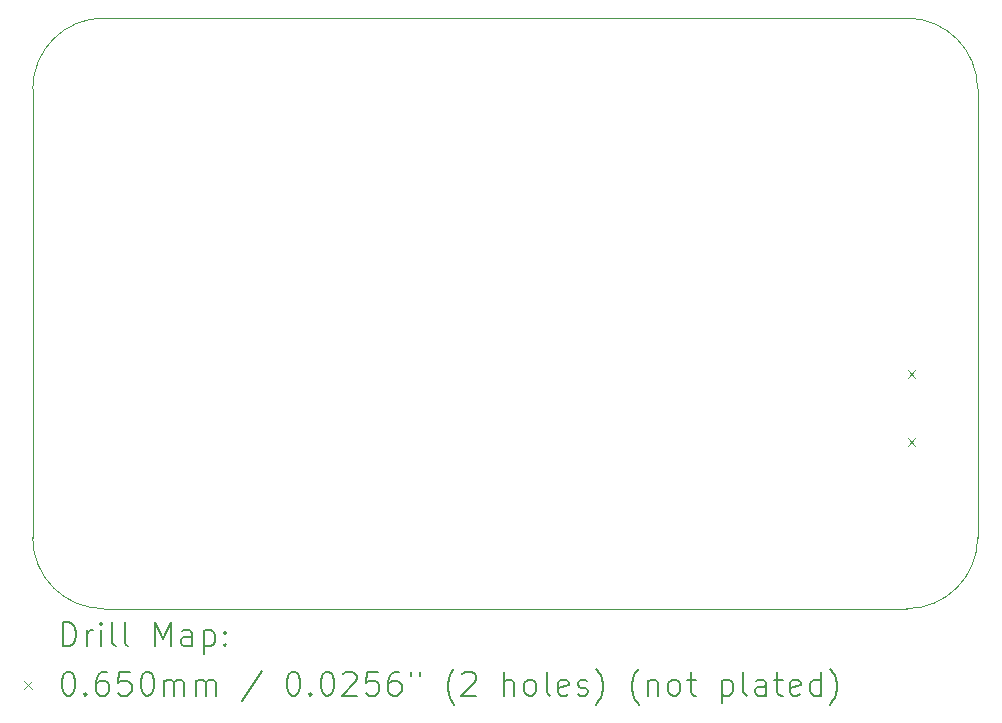
<source format=gbr>
%TF.GenerationSoftware,KiCad,Pcbnew,8.0.1*%
%TF.CreationDate,2024-03-19T23:03:29+08:00*%
%TF.ProjectId,SmallGeneral,536d616c-6c47-4656-9e65-72616c2e6b69,4*%
%TF.SameCoordinates,Original*%
%TF.FileFunction,Drillmap*%
%TF.FilePolarity,Positive*%
%FSLAX45Y45*%
G04 Gerber Fmt 4.5, Leading zero omitted, Abs format (unit mm)*
G04 Created by KiCad (PCBNEW 8.0.1) date 2024-03-19 23:03:29*
%MOMM*%
%LPD*%
G01*
G04 APERTURE LIST*
%ADD10C,0.100000*%
%ADD11C,0.200000*%
G04 APERTURE END LIST*
D10*
X17400000Y-10000000D02*
X17400000Y-10000000D01*
G75*
G02*
X18000000Y-10600000I0J-600000D01*
G01*
X18000000Y-14400000D01*
G75*
G02*
X17400000Y-15000000I-600000J0D01*
G01*
X10600000Y-15000000D01*
G75*
G02*
X10000000Y-14400000I0J600000D01*
G01*
X10000000Y-10600000D01*
G75*
G02*
X10600000Y-10000000I600000J0D01*
G01*
X17400000Y-10000000D01*
D11*
D10*
X17407500Y-12978500D02*
X17472500Y-13043500D01*
X17472500Y-12978500D02*
X17407500Y-13043500D01*
X17407500Y-13556500D02*
X17472500Y-13621500D01*
X17472500Y-13556500D02*
X17407500Y-13621500D01*
D11*
X10255777Y-15316484D02*
X10255777Y-15116484D01*
X10255777Y-15116484D02*
X10303396Y-15116484D01*
X10303396Y-15116484D02*
X10331967Y-15126008D01*
X10331967Y-15126008D02*
X10351015Y-15145055D01*
X10351015Y-15145055D02*
X10360539Y-15164103D01*
X10360539Y-15164103D02*
X10370063Y-15202198D01*
X10370063Y-15202198D02*
X10370063Y-15230769D01*
X10370063Y-15230769D02*
X10360539Y-15268865D01*
X10360539Y-15268865D02*
X10351015Y-15287912D01*
X10351015Y-15287912D02*
X10331967Y-15306960D01*
X10331967Y-15306960D02*
X10303396Y-15316484D01*
X10303396Y-15316484D02*
X10255777Y-15316484D01*
X10455777Y-15316484D02*
X10455777Y-15183150D01*
X10455777Y-15221246D02*
X10465301Y-15202198D01*
X10465301Y-15202198D02*
X10474824Y-15192674D01*
X10474824Y-15192674D02*
X10493872Y-15183150D01*
X10493872Y-15183150D02*
X10512920Y-15183150D01*
X10579586Y-15316484D02*
X10579586Y-15183150D01*
X10579586Y-15116484D02*
X10570063Y-15126008D01*
X10570063Y-15126008D02*
X10579586Y-15135531D01*
X10579586Y-15135531D02*
X10589110Y-15126008D01*
X10589110Y-15126008D02*
X10579586Y-15116484D01*
X10579586Y-15116484D02*
X10579586Y-15135531D01*
X10703396Y-15316484D02*
X10684348Y-15306960D01*
X10684348Y-15306960D02*
X10674824Y-15287912D01*
X10674824Y-15287912D02*
X10674824Y-15116484D01*
X10808158Y-15316484D02*
X10789110Y-15306960D01*
X10789110Y-15306960D02*
X10779586Y-15287912D01*
X10779586Y-15287912D02*
X10779586Y-15116484D01*
X11036729Y-15316484D02*
X11036729Y-15116484D01*
X11036729Y-15116484D02*
X11103396Y-15259341D01*
X11103396Y-15259341D02*
X11170063Y-15116484D01*
X11170063Y-15116484D02*
X11170063Y-15316484D01*
X11351015Y-15316484D02*
X11351015Y-15211722D01*
X11351015Y-15211722D02*
X11341491Y-15192674D01*
X11341491Y-15192674D02*
X11322443Y-15183150D01*
X11322443Y-15183150D02*
X11284348Y-15183150D01*
X11284348Y-15183150D02*
X11265301Y-15192674D01*
X11351015Y-15306960D02*
X11331967Y-15316484D01*
X11331967Y-15316484D02*
X11284348Y-15316484D01*
X11284348Y-15316484D02*
X11265301Y-15306960D01*
X11265301Y-15306960D02*
X11255777Y-15287912D01*
X11255777Y-15287912D02*
X11255777Y-15268865D01*
X11255777Y-15268865D02*
X11265301Y-15249817D01*
X11265301Y-15249817D02*
X11284348Y-15240293D01*
X11284348Y-15240293D02*
X11331967Y-15240293D01*
X11331967Y-15240293D02*
X11351015Y-15230769D01*
X11446253Y-15183150D02*
X11446253Y-15383150D01*
X11446253Y-15192674D02*
X11465301Y-15183150D01*
X11465301Y-15183150D02*
X11503396Y-15183150D01*
X11503396Y-15183150D02*
X11522443Y-15192674D01*
X11522443Y-15192674D02*
X11531967Y-15202198D01*
X11531967Y-15202198D02*
X11541491Y-15221246D01*
X11541491Y-15221246D02*
X11541491Y-15278388D01*
X11541491Y-15278388D02*
X11531967Y-15297436D01*
X11531967Y-15297436D02*
X11522443Y-15306960D01*
X11522443Y-15306960D02*
X11503396Y-15316484D01*
X11503396Y-15316484D02*
X11465301Y-15316484D01*
X11465301Y-15316484D02*
X11446253Y-15306960D01*
X11627205Y-15297436D02*
X11636729Y-15306960D01*
X11636729Y-15306960D02*
X11627205Y-15316484D01*
X11627205Y-15316484D02*
X11617682Y-15306960D01*
X11617682Y-15306960D02*
X11627205Y-15297436D01*
X11627205Y-15297436D02*
X11627205Y-15316484D01*
X11627205Y-15192674D02*
X11636729Y-15202198D01*
X11636729Y-15202198D02*
X11627205Y-15211722D01*
X11627205Y-15211722D02*
X11617682Y-15202198D01*
X11617682Y-15202198D02*
X11627205Y-15192674D01*
X11627205Y-15192674D02*
X11627205Y-15211722D01*
D10*
X9930000Y-15612500D02*
X9995000Y-15677500D01*
X9995000Y-15612500D02*
X9930000Y-15677500D01*
D11*
X10293872Y-15536484D02*
X10312920Y-15536484D01*
X10312920Y-15536484D02*
X10331967Y-15546008D01*
X10331967Y-15546008D02*
X10341491Y-15555531D01*
X10341491Y-15555531D02*
X10351015Y-15574579D01*
X10351015Y-15574579D02*
X10360539Y-15612674D01*
X10360539Y-15612674D02*
X10360539Y-15660293D01*
X10360539Y-15660293D02*
X10351015Y-15698388D01*
X10351015Y-15698388D02*
X10341491Y-15717436D01*
X10341491Y-15717436D02*
X10331967Y-15726960D01*
X10331967Y-15726960D02*
X10312920Y-15736484D01*
X10312920Y-15736484D02*
X10293872Y-15736484D01*
X10293872Y-15736484D02*
X10274824Y-15726960D01*
X10274824Y-15726960D02*
X10265301Y-15717436D01*
X10265301Y-15717436D02*
X10255777Y-15698388D01*
X10255777Y-15698388D02*
X10246253Y-15660293D01*
X10246253Y-15660293D02*
X10246253Y-15612674D01*
X10246253Y-15612674D02*
X10255777Y-15574579D01*
X10255777Y-15574579D02*
X10265301Y-15555531D01*
X10265301Y-15555531D02*
X10274824Y-15546008D01*
X10274824Y-15546008D02*
X10293872Y-15536484D01*
X10446253Y-15717436D02*
X10455777Y-15726960D01*
X10455777Y-15726960D02*
X10446253Y-15736484D01*
X10446253Y-15736484D02*
X10436729Y-15726960D01*
X10436729Y-15726960D02*
X10446253Y-15717436D01*
X10446253Y-15717436D02*
X10446253Y-15736484D01*
X10627205Y-15536484D02*
X10589110Y-15536484D01*
X10589110Y-15536484D02*
X10570063Y-15546008D01*
X10570063Y-15546008D02*
X10560539Y-15555531D01*
X10560539Y-15555531D02*
X10541491Y-15584103D01*
X10541491Y-15584103D02*
X10531967Y-15622198D01*
X10531967Y-15622198D02*
X10531967Y-15698388D01*
X10531967Y-15698388D02*
X10541491Y-15717436D01*
X10541491Y-15717436D02*
X10551015Y-15726960D01*
X10551015Y-15726960D02*
X10570063Y-15736484D01*
X10570063Y-15736484D02*
X10608158Y-15736484D01*
X10608158Y-15736484D02*
X10627205Y-15726960D01*
X10627205Y-15726960D02*
X10636729Y-15717436D01*
X10636729Y-15717436D02*
X10646253Y-15698388D01*
X10646253Y-15698388D02*
X10646253Y-15650769D01*
X10646253Y-15650769D02*
X10636729Y-15631722D01*
X10636729Y-15631722D02*
X10627205Y-15622198D01*
X10627205Y-15622198D02*
X10608158Y-15612674D01*
X10608158Y-15612674D02*
X10570063Y-15612674D01*
X10570063Y-15612674D02*
X10551015Y-15622198D01*
X10551015Y-15622198D02*
X10541491Y-15631722D01*
X10541491Y-15631722D02*
X10531967Y-15650769D01*
X10827205Y-15536484D02*
X10731967Y-15536484D01*
X10731967Y-15536484D02*
X10722444Y-15631722D01*
X10722444Y-15631722D02*
X10731967Y-15622198D01*
X10731967Y-15622198D02*
X10751015Y-15612674D01*
X10751015Y-15612674D02*
X10798634Y-15612674D01*
X10798634Y-15612674D02*
X10817682Y-15622198D01*
X10817682Y-15622198D02*
X10827205Y-15631722D01*
X10827205Y-15631722D02*
X10836729Y-15650769D01*
X10836729Y-15650769D02*
X10836729Y-15698388D01*
X10836729Y-15698388D02*
X10827205Y-15717436D01*
X10827205Y-15717436D02*
X10817682Y-15726960D01*
X10817682Y-15726960D02*
X10798634Y-15736484D01*
X10798634Y-15736484D02*
X10751015Y-15736484D01*
X10751015Y-15736484D02*
X10731967Y-15726960D01*
X10731967Y-15726960D02*
X10722444Y-15717436D01*
X10960539Y-15536484D02*
X10979586Y-15536484D01*
X10979586Y-15536484D02*
X10998634Y-15546008D01*
X10998634Y-15546008D02*
X11008158Y-15555531D01*
X11008158Y-15555531D02*
X11017682Y-15574579D01*
X11017682Y-15574579D02*
X11027205Y-15612674D01*
X11027205Y-15612674D02*
X11027205Y-15660293D01*
X11027205Y-15660293D02*
X11017682Y-15698388D01*
X11017682Y-15698388D02*
X11008158Y-15717436D01*
X11008158Y-15717436D02*
X10998634Y-15726960D01*
X10998634Y-15726960D02*
X10979586Y-15736484D01*
X10979586Y-15736484D02*
X10960539Y-15736484D01*
X10960539Y-15736484D02*
X10941491Y-15726960D01*
X10941491Y-15726960D02*
X10931967Y-15717436D01*
X10931967Y-15717436D02*
X10922444Y-15698388D01*
X10922444Y-15698388D02*
X10912920Y-15660293D01*
X10912920Y-15660293D02*
X10912920Y-15612674D01*
X10912920Y-15612674D02*
X10922444Y-15574579D01*
X10922444Y-15574579D02*
X10931967Y-15555531D01*
X10931967Y-15555531D02*
X10941491Y-15546008D01*
X10941491Y-15546008D02*
X10960539Y-15536484D01*
X11112920Y-15736484D02*
X11112920Y-15603150D01*
X11112920Y-15622198D02*
X11122444Y-15612674D01*
X11122444Y-15612674D02*
X11141491Y-15603150D01*
X11141491Y-15603150D02*
X11170063Y-15603150D01*
X11170063Y-15603150D02*
X11189110Y-15612674D01*
X11189110Y-15612674D02*
X11198634Y-15631722D01*
X11198634Y-15631722D02*
X11198634Y-15736484D01*
X11198634Y-15631722D02*
X11208158Y-15612674D01*
X11208158Y-15612674D02*
X11227205Y-15603150D01*
X11227205Y-15603150D02*
X11255777Y-15603150D01*
X11255777Y-15603150D02*
X11274824Y-15612674D01*
X11274824Y-15612674D02*
X11284348Y-15631722D01*
X11284348Y-15631722D02*
X11284348Y-15736484D01*
X11379586Y-15736484D02*
X11379586Y-15603150D01*
X11379586Y-15622198D02*
X11389110Y-15612674D01*
X11389110Y-15612674D02*
X11408158Y-15603150D01*
X11408158Y-15603150D02*
X11436729Y-15603150D01*
X11436729Y-15603150D02*
X11455777Y-15612674D01*
X11455777Y-15612674D02*
X11465301Y-15631722D01*
X11465301Y-15631722D02*
X11465301Y-15736484D01*
X11465301Y-15631722D02*
X11474824Y-15612674D01*
X11474824Y-15612674D02*
X11493872Y-15603150D01*
X11493872Y-15603150D02*
X11522443Y-15603150D01*
X11522443Y-15603150D02*
X11541491Y-15612674D01*
X11541491Y-15612674D02*
X11551015Y-15631722D01*
X11551015Y-15631722D02*
X11551015Y-15736484D01*
X11941491Y-15526960D02*
X11770063Y-15784103D01*
X12198634Y-15536484D02*
X12217682Y-15536484D01*
X12217682Y-15536484D02*
X12236729Y-15546008D01*
X12236729Y-15546008D02*
X12246253Y-15555531D01*
X12246253Y-15555531D02*
X12255777Y-15574579D01*
X12255777Y-15574579D02*
X12265301Y-15612674D01*
X12265301Y-15612674D02*
X12265301Y-15660293D01*
X12265301Y-15660293D02*
X12255777Y-15698388D01*
X12255777Y-15698388D02*
X12246253Y-15717436D01*
X12246253Y-15717436D02*
X12236729Y-15726960D01*
X12236729Y-15726960D02*
X12217682Y-15736484D01*
X12217682Y-15736484D02*
X12198634Y-15736484D01*
X12198634Y-15736484D02*
X12179586Y-15726960D01*
X12179586Y-15726960D02*
X12170063Y-15717436D01*
X12170063Y-15717436D02*
X12160539Y-15698388D01*
X12160539Y-15698388D02*
X12151015Y-15660293D01*
X12151015Y-15660293D02*
X12151015Y-15612674D01*
X12151015Y-15612674D02*
X12160539Y-15574579D01*
X12160539Y-15574579D02*
X12170063Y-15555531D01*
X12170063Y-15555531D02*
X12179586Y-15546008D01*
X12179586Y-15546008D02*
X12198634Y-15536484D01*
X12351015Y-15717436D02*
X12360539Y-15726960D01*
X12360539Y-15726960D02*
X12351015Y-15736484D01*
X12351015Y-15736484D02*
X12341491Y-15726960D01*
X12341491Y-15726960D02*
X12351015Y-15717436D01*
X12351015Y-15717436D02*
X12351015Y-15736484D01*
X12484348Y-15536484D02*
X12503396Y-15536484D01*
X12503396Y-15536484D02*
X12522444Y-15546008D01*
X12522444Y-15546008D02*
X12531967Y-15555531D01*
X12531967Y-15555531D02*
X12541491Y-15574579D01*
X12541491Y-15574579D02*
X12551015Y-15612674D01*
X12551015Y-15612674D02*
X12551015Y-15660293D01*
X12551015Y-15660293D02*
X12541491Y-15698388D01*
X12541491Y-15698388D02*
X12531967Y-15717436D01*
X12531967Y-15717436D02*
X12522444Y-15726960D01*
X12522444Y-15726960D02*
X12503396Y-15736484D01*
X12503396Y-15736484D02*
X12484348Y-15736484D01*
X12484348Y-15736484D02*
X12465301Y-15726960D01*
X12465301Y-15726960D02*
X12455777Y-15717436D01*
X12455777Y-15717436D02*
X12446253Y-15698388D01*
X12446253Y-15698388D02*
X12436729Y-15660293D01*
X12436729Y-15660293D02*
X12436729Y-15612674D01*
X12436729Y-15612674D02*
X12446253Y-15574579D01*
X12446253Y-15574579D02*
X12455777Y-15555531D01*
X12455777Y-15555531D02*
X12465301Y-15546008D01*
X12465301Y-15546008D02*
X12484348Y-15536484D01*
X12627206Y-15555531D02*
X12636729Y-15546008D01*
X12636729Y-15546008D02*
X12655777Y-15536484D01*
X12655777Y-15536484D02*
X12703396Y-15536484D01*
X12703396Y-15536484D02*
X12722444Y-15546008D01*
X12722444Y-15546008D02*
X12731967Y-15555531D01*
X12731967Y-15555531D02*
X12741491Y-15574579D01*
X12741491Y-15574579D02*
X12741491Y-15593627D01*
X12741491Y-15593627D02*
X12731967Y-15622198D01*
X12731967Y-15622198D02*
X12617682Y-15736484D01*
X12617682Y-15736484D02*
X12741491Y-15736484D01*
X12922444Y-15536484D02*
X12827206Y-15536484D01*
X12827206Y-15536484D02*
X12817682Y-15631722D01*
X12817682Y-15631722D02*
X12827206Y-15622198D01*
X12827206Y-15622198D02*
X12846253Y-15612674D01*
X12846253Y-15612674D02*
X12893872Y-15612674D01*
X12893872Y-15612674D02*
X12912920Y-15622198D01*
X12912920Y-15622198D02*
X12922444Y-15631722D01*
X12922444Y-15631722D02*
X12931967Y-15650769D01*
X12931967Y-15650769D02*
X12931967Y-15698388D01*
X12931967Y-15698388D02*
X12922444Y-15717436D01*
X12922444Y-15717436D02*
X12912920Y-15726960D01*
X12912920Y-15726960D02*
X12893872Y-15736484D01*
X12893872Y-15736484D02*
X12846253Y-15736484D01*
X12846253Y-15736484D02*
X12827206Y-15726960D01*
X12827206Y-15726960D02*
X12817682Y-15717436D01*
X13103396Y-15536484D02*
X13065301Y-15536484D01*
X13065301Y-15536484D02*
X13046253Y-15546008D01*
X13046253Y-15546008D02*
X13036729Y-15555531D01*
X13036729Y-15555531D02*
X13017682Y-15584103D01*
X13017682Y-15584103D02*
X13008158Y-15622198D01*
X13008158Y-15622198D02*
X13008158Y-15698388D01*
X13008158Y-15698388D02*
X13017682Y-15717436D01*
X13017682Y-15717436D02*
X13027206Y-15726960D01*
X13027206Y-15726960D02*
X13046253Y-15736484D01*
X13046253Y-15736484D02*
X13084348Y-15736484D01*
X13084348Y-15736484D02*
X13103396Y-15726960D01*
X13103396Y-15726960D02*
X13112920Y-15717436D01*
X13112920Y-15717436D02*
X13122444Y-15698388D01*
X13122444Y-15698388D02*
X13122444Y-15650769D01*
X13122444Y-15650769D02*
X13112920Y-15631722D01*
X13112920Y-15631722D02*
X13103396Y-15622198D01*
X13103396Y-15622198D02*
X13084348Y-15612674D01*
X13084348Y-15612674D02*
X13046253Y-15612674D01*
X13046253Y-15612674D02*
X13027206Y-15622198D01*
X13027206Y-15622198D02*
X13017682Y-15631722D01*
X13017682Y-15631722D02*
X13008158Y-15650769D01*
X13198634Y-15536484D02*
X13198634Y-15574579D01*
X13274825Y-15536484D02*
X13274825Y-15574579D01*
X13570063Y-15812674D02*
X13560539Y-15803150D01*
X13560539Y-15803150D02*
X13541491Y-15774579D01*
X13541491Y-15774579D02*
X13531968Y-15755531D01*
X13531968Y-15755531D02*
X13522444Y-15726960D01*
X13522444Y-15726960D02*
X13512920Y-15679341D01*
X13512920Y-15679341D02*
X13512920Y-15641246D01*
X13512920Y-15641246D02*
X13522444Y-15593627D01*
X13522444Y-15593627D02*
X13531968Y-15565055D01*
X13531968Y-15565055D02*
X13541491Y-15546008D01*
X13541491Y-15546008D02*
X13560539Y-15517436D01*
X13560539Y-15517436D02*
X13570063Y-15507912D01*
X13636729Y-15555531D02*
X13646253Y-15546008D01*
X13646253Y-15546008D02*
X13665301Y-15536484D01*
X13665301Y-15536484D02*
X13712920Y-15536484D01*
X13712920Y-15536484D02*
X13731968Y-15546008D01*
X13731968Y-15546008D02*
X13741491Y-15555531D01*
X13741491Y-15555531D02*
X13751015Y-15574579D01*
X13751015Y-15574579D02*
X13751015Y-15593627D01*
X13751015Y-15593627D02*
X13741491Y-15622198D01*
X13741491Y-15622198D02*
X13627206Y-15736484D01*
X13627206Y-15736484D02*
X13751015Y-15736484D01*
X13989110Y-15736484D02*
X13989110Y-15536484D01*
X14074825Y-15736484D02*
X14074825Y-15631722D01*
X14074825Y-15631722D02*
X14065301Y-15612674D01*
X14065301Y-15612674D02*
X14046253Y-15603150D01*
X14046253Y-15603150D02*
X14017682Y-15603150D01*
X14017682Y-15603150D02*
X13998634Y-15612674D01*
X13998634Y-15612674D02*
X13989110Y-15622198D01*
X14198634Y-15736484D02*
X14179587Y-15726960D01*
X14179587Y-15726960D02*
X14170063Y-15717436D01*
X14170063Y-15717436D02*
X14160539Y-15698388D01*
X14160539Y-15698388D02*
X14160539Y-15641246D01*
X14160539Y-15641246D02*
X14170063Y-15622198D01*
X14170063Y-15622198D02*
X14179587Y-15612674D01*
X14179587Y-15612674D02*
X14198634Y-15603150D01*
X14198634Y-15603150D02*
X14227206Y-15603150D01*
X14227206Y-15603150D02*
X14246253Y-15612674D01*
X14246253Y-15612674D02*
X14255777Y-15622198D01*
X14255777Y-15622198D02*
X14265301Y-15641246D01*
X14265301Y-15641246D02*
X14265301Y-15698388D01*
X14265301Y-15698388D02*
X14255777Y-15717436D01*
X14255777Y-15717436D02*
X14246253Y-15726960D01*
X14246253Y-15726960D02*
X14227206Y-15736484D01*
X14227206Y-15736484D02*
X14198634Y-15736484D01*
X14379587Y-15736484D02*
X14360539Y-15726960D01*
X14360539Y-15726960D02*
X14351015Y-15707912D01*
X14351015Y-15707912D02*
X14351015Y-15536484D01*
X14531968Y-15726960D02*
X14512920Y-15736484D01*
X14512920Y-15736484D02*
X14474825Y-15736484D01*
X14474825Y-15736484D02*
X14455777Y-15726960D01*
X14455777Y-15726960D02*
X14446253Y-15707912D01*
X14446253Y-15707912D02*
X14446253Y-15631722D01*
X14446253Y-15631722D02*
X14455777Y-15612674D01*
X14455777Y-15612674D02*
X14474825Y-15603150D01*
X14474825Y-15603150D02*
X14512920Y-15603150D01*
X14512920Y-15603150D02*
X14531968Y-15612674D01*
X14531968Y-15612674D02*
X14541491Y-15631722D01*
X14541491Y-15631722D02*
X14541491Y-15650769D01*
X14541491Y-15650769D02*
X14446253Y-15669817D01*
X14617682Y-15726960D02*
X14636730Y-15736484D01*
X14636730Y-15736484D02*
X14674825Y-15736484D01*
X14674825Y-15736484D02*
X14693872Y-15726960D01*
X14693872Y-15726960D02*
X14703396Y-15707912D01*
X14703396Y-15707912D02*
X14703396Y-15698388D01*
X14703396Y-15698388D02*
X14693872Y-15679341D01*
X14693872Y-15679341D02*
X14674825Y-15669817D01*
X14674825Y-15669817D02*
X14646253Y-15669817D01*
X14646253Y-15669817D02*
X14627206Y-15660293D01*
X14627206Y-15660293D02*
X14617682Y-15641246D01*
X14617682Y-15641246D02*
X14617682Y-15631722D01*
X14617682Y-15631722D02*
X14627206Y-15612674D01*
X14627206Y-15612674D02*
X14646253Y-15603150D01*
X14646253Y-15603150D02*
X14674825Y-15603150D01*
X14674825Y-15603150D02*
X14693872Y-15612674D01*
X14770063Y-15812674D02*
X14779587Y-15803150D01*
X14779587Y-15803150D02*
X14798634Y-15774579D01*
X14798634Y-15774579D02*
X14808158Y-15755531D01*
X14808158Y-15755531D02*
X14817682Y-15726960D01*
X14817682Y-15726960D02*
X14827206Y-15679341D01*
X14827206Y-15679341D02*
X14827206Y-15641246D01*
X14827206Y-15641246D02*
X14817682Y-15593627D01*
X14817682Y-15593627D02*
X14808158Y-15565055D01*
X14808158Y-15565055D02*
X14798634Y-15546008D01*
X14798634Y-15546008D02*
X14779587Y-15517436D01*
X14779587Y-15517436D02*
X14770063Y-15507912D01*
X15131968Y-15812674D02*
X15122444Y-15803150D01*
X15122444Y-15803150D02*
X15103396Y-15774579D01*
X15103396Y-15774579D02*
X15093872Y-15755531D01*
X15093872Y-15755531D02*
X15084349Y-15726960D01*
X15084349Y-15726960D02*
X15074825Y-15679341D01*
X15074825Y-15679341D02*
X15074825Y-15641246D01*
X15074825Y-15641246D02*
X15084349Y-15593627D01*
X15084349Y-15593627D02*
X15093872Y-15565055D01*
X15093872Y-15565055D02*
X15103396Y-15546008D01*
X15103396Y-15546008D02*
X15122444Y-15517436D01*
X15122444Y-15517436D02*
X15131968Y-15507912D01*
X15208158Y-15603150D02*
X15208158Y-15736484D01*
X15208158Y-15622198D02*
X15217682Y-15612674D01*
X15217682Y-15612674D02*
X15236730Y-15603150D01*
X15236730Y-15603150D02*
X15265301Y-15603150D01*
X15265301Y-15603150D02*
X15284349Y-15612674D01*
X15284349Y-15612674D02*
X15293872Y-15631722D01*
X15293872Y-15631722D02*
X15293872Y-15736484D01*
X15417682Y-15736484D02*
X15398634Y-15726960D01*
X15398634Y-15726960D02*
X15389111Y-15717436D01*
X15389111Y-15717436D02*
X15379587Y-15698388D01*
X15379587Y-15698388D02*
X15379587Y-15641246D01*
X15379587Y-15641246D02*
X15389111Y-15622198D01*
X15389111Y-15622198D02*
X15398634Y-15612674D01*
X15398634Y-15612674D02*
X15417682Y-15603150D01*
X15417682Y-15603150D02*
X15446253Y-15603150D01*
X15446253Y-15603150D02*
X15465301Y-15612674D01*
X15465301Y-15612674D02*
X15474825Y-15622198D01*
X15474825Y-15622198D02*
X15484349Y-15641246D01*
X15484349Y-15641246D02*
X15484349Y-15698388D01*
X15484349Y-15698388D02*
X15474825Y-15717436D01*
X15474825Y-15717436D02*
X15465301Y-15726960D01*
X15465301Y-15726960D02*
X15446253Y-15736484D01*
X15446253Y-15736484D02*
X15417682Y-15736484D01*
X15541492Y-15603150D02*
X15617682Y-15603150D01*
X15570063Y-15536484D02*
X15570063Y-15707912D01*
X15570063Y-15707912D02*
X15579587Y-15726960D01*
X15579587Y-15726960D02*
X15598634Y-15736484D01*
X15598634Y-15736484D02*
X15617682Y-15736484D01*
X15836730Y-15603150D02*
X15836730Y-15803150D01*
X15836730Y-15612674D02*
X15855777Y-15603150D01*
X15855777Y-15603150D02*
X15893873Y-15603150D01*
X15893873Y-15603150D02*
X15912920Y-15612674D01*
X15912920Y-15612674D02*
X15922444Y-15622198D01*
X15922444Y-15622198D02*
X15931968Y-15641246D01*
X15931968Y-15641246D02*
X15931968Y-15698388D01*
X15931968Y-15698388D02*
X15922444Y-15717436D01*
X15922444Y-15717436D02*
X15912920Y-15726960D01*
X15912920Y-15726960D02*
X15893873Y-15736484D01*
X15893873Y-15736484D02*
X15855777Y-15736484D01*
X15855777Y-15736484D02*
X15836730Y-15726960D01*
X16046253Y-15736484D02*
X16027206Y-15726960D01*
X16027206Y-15726960D02*
X16017682Y-15707912D01*
X16017682Y-15707912D02*
X16017682Y-15536484D01*
X16208158Y-15736484D02*
X16208158Y-15631722D01*
X16208158Y-15631722D02*
X16198634Y-15612674D01*
X16198634Y-15612674D02*
X16179587Y-15603150D01*
X16179587Y-15603150D02*
X16141492Y-15603150D01*
X16141492Y-15603150D02*
X16122444Y-15612674D01*
X16208158Y-15726960D02*
X16189111Y-15736484D01*
X16189111Y-15736484D02*
X16141492Y-15736484D01*
X16141492Y-15736484D02*
X16122444Y-15726960D01*
X16122444Y-15726960D02*
X16112920Y-15707912D01*
X16112920Y-15707912D02*
X16112920Y-15688865D01*
X16112920Y-15688865D02*
X16122444Y-15669817D01*
X16122444Y-15669817D02*
X16141492Y-15660293D01*
X16141492Y-15660293D02*
X16189111Y-15660293D01*
X16189111Y-15660293D02*
X16208158Y-15650769D01*
X16274825Y-15603150D02*
X16351015Y-15603150D01*
X16303396Y-15536484D02*
X16303396Y-15707912D01*
X16303396Y-15707912D02*
X16312920Y-15726960D01*
X16312920Y-15726960D02*
X16331968Y-15736484D01*
X16331968Y-15736484D02*
X16351015Y-15736484D01*
X16493873Y-15726960D02*
X16474825Y-15736484D01*
X16474825Y-15736484D02*
X16436730Y-15736484D01*
X16436730Y-15736484D02*
X16417682Y-15726960D01*
X16417682Y-15726960D02*
X16408158Y-15707912D01*
X16408158Y-15707912D02*
X16408158Y-15631722D01*
X16408158Y-15631722D02*
X16417682Y-15612674D01*
X16417682Y-15612674D02*
X16436730Y-15603150D01*
X16436730Y-15603150D02*
X16474825Y-15603150D01*
X16474825Y-15603150D02*
X16493873Y-15612674D01*
X16493873Y-15612674D02*
X16503396Y-15631722D01*
X16503396Y-15631722D02*
X16503396Y-15650769D01*
X16503396Y-15650769D02*
X16408158Y-15669817D01*
X16674825Y-15736484D02*
X16674825Y-15536484D01*
X16674825Y-15726960D02*
X16655777Y-15736484D01*
X16655777Y-15736484D02*
X16617682Y-15736484D01*
X16617682Y-15736484D02*
X16598634Y-15726960D01*
X16598634Y-15726960D02*
X16589111Y-15717436D01*
X16589111Y-15717436D02*
X16579587Y-15698388D01*
X16579587Y-15698388D02*
X16579587Y-15641246D01*
X16579587Y-15641246D02*
X16589111Y-15622198D01*
X16589111Y-15622198D02*
X16598634Y-15612674D01*
X16598634Y-15612674D02*
X16617682Y-15603150D01*
X16617682Y-15603150D02*
X16655777Y-15603150D01*
X16655777Y-15603150D02*
X16674825Y-15612674D01*
X16751015Y-15812674D02*
X16760539Y-15803150D01*
X16760539Y-15803150D02*
X16779587Y-15774579D01*
X16779587Y-15774579D02*
X16789111Y-15755531D01*
X16789111Y-15755531D02*
X16798635Y-15726960D01*
X16798635Y-15726960D02*
X16808158Y-15679341D01*
X16808158Y-15679341D02*
X16808158Y-15641246D01*
X16808158Y-15641246D02*
X16798635Y-15593627D01*
X16798635Y-15593627D02*
X16789111Y-15565055D01*
X16789111Y-15565055D02*
X16779587Y-15546008D01*
X16779587Y-15546008D02*
X16760539Y-15517436D01*
X16760539Y-15517436D02*
X16751015Y-15507912D01*
M02*

</source>
